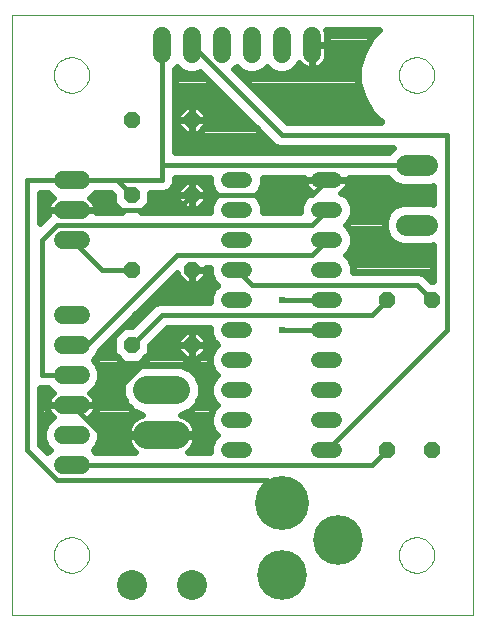
<source format=gbl>
G75*
%MOIN*%
%OFA0B0*%
%FSLAX24Y24*%
%IPPOS*%
%LPD*%
%AMOC8*
5,1,8,0,0,1.08239X$1,22.5*
%
%ADD10C,0.0000*%
%ADD11C,0.0520*%
%ADD12OC8,0.0520*%
%ADD13C,0.0600*%
%ADD14C,0.0705*%
%ADD15C,0.1800*%
%ADD16C,0.1660*%
%ADD17C,0.0945*%
%ADD18C,0.1000*%
%ADD19C,0.0150*%
%ADD20C,0.0240*%
%ADD21C,0.0240*%
D10*
X000100Y000100D02*
X000100Y020096D01*
X015470Y020096D01*
X015470Y000100D01*
X000100Y000100D01*
X001509Y002100D02*
X001511Y002148D01*
X001517Y002196D01*
X001527Y002243D01*
X001540Y002289D01*
X001558Y002334D01*
X001578Y002378D01*
X001603Y002420D01*
X001631Y002459D01*
X001661Y002496D01*
X001695Y002530D01*
X001732Y002562D01*
X001770Y002591D01*
X001811Y002616D01*
X001854Y002638D01*
X001899Y002656D01*
X001945Y002670D01*
X001992Y002681D01*
X002040Y002688D01*
X002088Y002691D01*
X002136Y002690D01*
X002184Y002685D01*
X002232Y002676D01*
X002278Y002664D01*
X002323Y002647D01*
X002367Y002627D01*
X002409Y002604D01*
X002449Y002577D01*
X002487Y002547D01*
X002522Y002514D01*
X002554Y002478D01*
X002584Y002440D01*
X002610Y002399D01*
X002632Y002356D01*
X002652Y002312D01*
X002667Y002267D01*
X002679Y002220D01*
X002687Y002172D01*
X002691Y002124D01*
X002691Y002076D01*
X002687Y002028D01*
X002679Y001980D01*
X002667Y001933D01*
X002652Y001888D01*
X002632Y001844D01*
X002610Y001801D01*
X002584Y001760D01*
X002554Y001722D01*
X002522Y001686D01*
X002487Y001653D01*
X002449Y001623D01*
X002409Y001596D01*
X002367Y001573D01*
X002323Y001553D01*
X002278Y001536D01*
X002232Y001524D01*
X002184Y001515D01*
X002136Y001510D01*
X002088Y001509D01*
X002040Y001512D01*
X001992Y001519D01*
X001945Y001530D01*
X001899Y001544D01*
X001854Y001562D01*
X001811Y001584D01*
X001770Y001609D01*
X001732Y001638D01*
X001695Y001670D01*
X001661Y001704D01*
X001631Y001741D01*
X001603Y001780D01*
X001578Y001822D01*
X001558Y001866D01*
X001540Y001911D01*
X001527Y001957D01*
X001517Y002004D01*
X001511Y002052D01*
X001509Y002100D01*
X013009Y002100D02*
X013011Y002148D01*
X013017Y002196D01*
X013027Y002243D01*
X013040Y002289D01*
X013058Y002334D01*
X013078Y002378D01*
X013103Y002420D01*
X013131Y002459D01*
X013161Y002496D01*
X013195Y002530D01*
X013232Y002562D01*
X013270Y002591D01*
X013311Y002616D01*
X013354Y002638D01*
X013399Y002656D01*
X013445Y002670D01*
X013492Y002681D01*
X013540Y002688D01*
X013588Y002691D01*
X013636Y002690D01*
X013684Y002685D01*
X013732Y002676D01*
X013778Y002664D01*
X013823Y002647D01*
X013867Y002627D01*
X013909Y002604D01*
X013949Y002577D01*
X013987Y002547D01*
X014022Y002514D01*
X014054Y002478D01*
X014084Y002440D01*
X014110Y002399D01*
X014132Y002356D01*
X014152Y002312D01*
X014167Y002267D01*
X014179Y002220D01*
X014187Y002172D01*
X014191Y002124D01*
X014191Y002076D01*
X014187Y002028D01*
X014179Y001980D01*
X014167Y001933D01*
X014152Y001888D01*
X014132Y001844D01*
X014110Y001801D01*
X014084Y001760D01*
X014054Y001722D01*
X014022Y001686D01*
X013987Y001653D01*
X013949Y001623D01*
X013909Y001596D01*
X013867Y001573D01*
X013823Y001553D01*
X013778Y001536D01*
X013732Y001524D01*
X013684Y001515D01*
X013636Y001510D01*
X013588Y001509D01*
X013540Y001512D01*
X013492Y001519D01*
X013445Y001530D01*
X013399Y001544D01*
X013354Y001562D01*
X013311Y001584D01*
X013270Y001609D01*
X013232Y001638D01*
X013195Y001670D01*
X013161Y001704D01*
X013131Y001741D01*
X013103Y001780D01*
X013078Y001822D01*
X013058Y001866D01*
X013040Y001911D01*
X013027Y001957D01*
X013017Y002004D01*
X013011Y002052D01*
X013009Y002100D01*
X013009Y018100D02*
X013011Y018148D01*
X013017Y018196D01*
X013027Y018243D01*
X013040Y018289D01*
X013058Y018334D01*
X013078Y018378D01*
X013103Y018420D01*
X013131Y018459D01*
X013161Y018496D01*
X013195Y018530D01*
X013232Y018562D01*
X013270Y018591D01*
X013311Y018616D01*
X013354Y018638D01*
X013399Y018656D01*
X013445Y018670D01*
X013492Y018681D01*
X013540Y018688D01*
X013588Y018691D01*
X013636Y018690D01*
X013684Y018685D01*
X013732Y018676D01*
X013778Y018664D01*
X013823Y018647D01*
X013867Y018627D01*
X013909Y018604D01*
X013949Y018577D01*
X013987Y018547D01*
X014022Y018514D01*
X014054Y018478D01*
X014084Y018440D01*
X014110Y018399D01*
X014132Y018356D01*
X014152Y018312D01*
X014167Y018267D01*
X014179Y018220D01*
X014187Y018172D01*
X014191Y018124D01*
X014191Y018076D01*
X014187Y018028D01*
X014179Y017980D01*
X014167Y017933D01*
X014152Y017888D01*
X014132Y017844D01*
X014110Y017801D01*
X014084Y017760D01*
X014054Y017722D01*
X014022Y017686D01*
X013987Y017653D01*
X013949Y017623D01*
X013909Y017596D01*
X013867Y017573D01*
X013823Y017553D01*
X013778Y017536D01*
X013732Y017524D01*
X013684Y017515D01*
X013636Y017510D01*
X013588Y017509D01*
X013540Y017512D01*
X013492Y017519D01*
X013445Y017530D01*
X013399Y017544D01*
X013354Y017562D01*
X013311Y017584D01*
X013270Y017609D01*
X013232Y017638D01*
X013195Y017670D01*
X013161Y017704D01*
X013131Y017741D01*
X013103Y017780D01*
X013078Y017822D01*
X013058Y017866D01*
X013040Y017911D01*
X013027Y017957D01*
X013017Y018004D01*
X013011Y018052D01*
X013009Y018100D01*
X001509Y018100D02*
X001511Y018148D01*
X001517Y018196D01*
X001527Y018243D01*
X001540Y018289D01*
X001558Y018334D01*
X001578Y018378D01*
X001603Y018420D01*
X001631Y018459D01*
X001661Y018496D01*
X001695Y018530D01*
X001732Y018562D01*
X001770Y018591D01*
X001811Y018616D01*
X001854Y018638D01*
X001899Y018656D01*
X001945Y018670D01*
X001992Y018681D01*
X002040Y018688D01*
X002088Y018691D01*
X002136Y018690D01*
X002184Y018685D01*
X002232Y018676D01*
X002278Y018664D01*
X002323Y018647D01*
X002367Y018627D01*
X002409Y018604D01*
X002449Y018577D01*
X002487Y018547D01*
X002522Y018514D01*
X002554Y018478D01*
X002584Y018440D01*
X002610Y018399D01*
X002632Y018356D01*
X002652Y018312D01*
X002667Y018267D01*
X002679Y018220D01*
X002687Y018172D01*
X002691Y018124D01*
X002691Y018076D01*
X002687Y018028D01*
X002679Y017980D01*
X002667Y017933D01*
X002652Y017888D01*
X002632Y017844D01*
X002610Y017801D01*
X002584Y017760D01*
X002554Y017722D01*
X002522Y017686D01*
X002487Y017653D01*
X002449Y017623D01*
X002409Y017596D01*
X002367Y017573D01*
X002323Y017553D01*
X002278Y017536D01*
X002232Y017524D01*
X002184Y017515D01*
X002136Y017510D01*
X002088Y017509D01*
X002040Y017512D01*
X001992Y017519D01*
X001945Y017530D01*
X001899Y017544D01*
X001854Y017562D01*
X001811Y017584D01*
X001770Y017609D01*
X001732Y017638D01*
X001695Y017670D01*
X001661Y017704D01*
X001631Y017741D01*
X001603Y017780D01*
X001578Y017822D01*
X001558Y017866D01*
X001540Y017911D01*
X001527Y017957D01*
X001517Y018004D01*
X001511Y018052D01*
X001509Y018100D01*
D11*
X007340Y014600D02*
X007860Y014600D01*
X007860Y013600D02*
X007340Y013600D01*
X007340Y012600D02*
X007860Y012600D01*
X007860Y011600D02*
X007340Y011600D01*
X007340Y010600D02*
X007860Y010600D01*
X007860Y009600D02*
X007340Y009600D01*
X007340Y008600D02*
X007860Y008600D01*
X007860Y007600D02*
X007340Y007600D01*
X007340Y006600D02*
X007860Y006600D01*
X007860Y005600D02*
X007340Y005600D01*
X010340Y005600D02*
X010860Y005600D01*
X010860Y006600D02*
X010340Y006600D01*
X010340Y007600D02*
X010860Y007600D01*
X010860Y008600D02*
X010340Y008600D01*
X010340Y009600D02*
X010860Y009600D01*
X010860Y010600D02*
X010340Y010600D01*
X010340Y011600D02*
X010860Y011600D01*
X010860Y012600D02*
X010340Y012600D01*
X010340Y013600D02*
X010860Y013600D01*
X010860Y014600D02*
X010340Y014600D01*
D12*
X012600Y010600D03*
X014100Y010600D03*
X014100Y005600D03*
X012600Y005600D03*
X006100Y009100D03*
X006100Y011600D03*
X006100Y014100D03*
X004100Y014100D03*
X004100Y011600D03*
X004100Y009100D03*
X004100Y016600D03*
X006100Y016600D03*
D13*
X006100Y018800D02*
X006100Y019400D01*
X007100Y019400D02*
X007100Y018800D01*
X008100Y018800D02*
X008100Y019400D01*
X009100Y019400D02*
X009100Y018800D01*
X010100Y018800D02*
X010100Y019400D01*
X005100Y019400D02*
X005100Y018800D01*
X002400Y014600D02*
X001800Y014600D01*
X001800Y013600D02*
X002400Y013600D01*
X002400Y012600D02*
X001800Y012600D01*
X001800Y010100D02*
X002400Y010100D01*
X002400Y009100D02*
X001800Y009100D01*
X001800Y008100D02*
X002400Y008100D01*
X002400Y007100D02*
X001800Y007100D01*
X001800Y006100D02*
X002400Y006100D01*
X002400Y005100D02*
X001800Y005100D01*
D14*
X013248Y013116D02*
X013953Y013116D01*
X013953Y015084D02*
X013248Y015084D01*
D15*
X009100Y003820D03*
D16*
X009100Y001419D03*
X010990Y002600D03*
D17*
X005573Y006100D02*
X004628Y006100D01*
X004628Y007600D02*
X005573Y007600D01*
D18*
X006100Y001100D03*
X004100Y001100D03*
D19*
X001600Y004600D02*
X000600Y005600D01*
X000600Y014600D01*
X002100Y014600D01*
X003600Y014600D01*
X005100Y014600D01*
X005100Y015100D01*
X013600Y015100D01*
X013600Y015084D01*
X014600Y016100D02*
X009100Y016100D01*
X006100Y019100D01*
X005100Y019100D02*
X005100Y015100D01*
X004100Y014100D02*
X003600Y014600D01*
X002100Y013600D02*
X005600Y013600D01*
X006100Y014100D01*
X010100Y014100D01*
X010600Y014600D01*
X010600Y013600D02*
X010100Y013100D01*
X001600Y013100D01*
X001100Y012600D01*
X001100Y008100D01*
X002100Y008100D01*
X002100Y007100D02*
X002600Y006600D01*
X005100Y009100D01*
X006100Y009100D01*
X005100Y010100D02*
X004100Y009100D01*
X005100Y010100D02*
X012100Y010100D01*
X012600Y010600D01*
X013600Y011100D02*
X014100Y010600D01*
X013600Y011100D02*
X008100Y011100D01*
X007600Y011600D01*
X009100Y010600D02*
X010600Y010600D01*
X010600Y009600D02*
X009100Y009600D01*
X010100Y012100D02*
X005600Y012100D01*
X002600Y009100D01*
X002100Y009100D01*
X003100Y011600D02*
X004100Y011600D01*
X003100Y011600D02*
X002100Y012600D01*
X002600Y006600D02*
X003100Y006100D01*
X005100Y006100D01*
X002100Y005100D02*
X012100Y005100D01*
X012600Y005600D01*
X010600Y005600D02*
X014600Y009600D01*
X014600Y016100D01*
X010600Y012600D02*
X010100Y012100D01*
X008600Y004600D02*
X001600Y004600D01*
X008600Y004600D02*
X009100Y004100D01*
X009100Y003820D01*
D20*
X006926Y006063D02*
X005138Y006063D01*
X005138Y006062D02*
X005138Y006138D01*
X006265Y006138D01*
X006265Y006145D01*
X006253Y006235D01*
X006230Y006323D01*
X006195Y006407D01*
X006150Y006486D01*
X006094Y006558D01*
X006030Y006622D01*
X005958Y006677D01*
X005879Y006722D01*
X005796Y006757D01*
X005746Y006771D01*
X006044Y006894D01*
X006278Y007128D01*
X006405Y007434D01*
X006405Y007766D01*
X006278Y008072D01*
X006044Y008306D01*
X005738Y008432D01*
X004462Y008432D01*
X004156Y008306D01*
X003922Y008072D01*
X003795Y007766D01*
X003795Y007434D01*
X003922Y007128D01*
X004156Y006894D01*
X004454Y006771D01*
X004404Y006757D01*
X004321Y006722D01*
X004242Y006677D01*
X004170Y006622D01*
X004106Y006558D01*
X004050Y006486D01*
X004005Y006407D01*
X003970Y006323D01*
X003947Y006235D01*
X003935Y006145D01*
X003935Y006138D01*
X005062Y006138D01*
X005062Y006062D01*
X003935Y006062D01*
X003935Y006055D01*
X003947Y005965D01*
X003970Y005877D01*
X004005Y005793D01*
X004050Y005714D01*
X004106Y005642D01*
X004170Y005578D01*
X004226Y005535D01*
X002898Y005535D01*
X002833Y005600D01*
X002960Y005726D01*
X003060Y005969D01*
X003060Y006231D01*
X002960Y006474D01*
X002774Y006660D01*
X002713Y006685D01*
X002739Y006703D01*
X002797Y006761D01*
X002845Y006827D01*
X002882Y006900D01*
X002907Y006978D01*
X002920Y007059D01*
X002920Y007100D01*
X002920Y007141D01*
X002907Y007222D01*
X002882Y007300D01*
X002845Y007373D01*
X002797Y007439D01*
X002739Y007497D01*
X002713Y007515D01*
X002774Y007540D01*
X002960Y007726D01*
X003060Y007969D01*
X003060Y008231D01*
X002960Y008474D01*
X002833Y008600D01*
X002960Y008726D01*
X003043Y008928D01*
X005620Y011505D01*
X005620Y011401D01*
X005901Y011120D01*
X006100Y011120D01*
X006299Y011120D01*
X006580Y011401D01*
X006580Y011600D01*
X006580Y011665D01*
X006720Y011665D01*
X006720Y011477D01*
X006814Y011249D01*
X006963Y011100D01*
X006814Y010951D01*
X006720Y010723D01*
X006720Y010535D01*
X005013Y010535D01*
X004854Y010469D01*
X004105Y009720D01*
X003843Y009720D01*
X003480Y009357D01*
X003480Y008843D01*
X003843Y008480D01*
X004357Y008480D01*
X004720Y008843D01*
X004720Y009105D01*
X005280Y009665D01*
X006720Y009665D01*
X006720Y009477D01*
X006814Y009249D01*
X006963Y009100D01*
X006814Y008951D01*
X006720Y008723D01*
X006720Y008477D01*
X006814Y008249D01*
X006963Y008100D01*
X006814Y007951D01*
X006720Y007723D01*
X006720Y007477D01*
X006814Y007249D01*
X006963Y007100D01*
X006814Y006951D01*
X006720Y006723D01*
X006720Y006477D01*
X006814Y006249D01*
X006963Y006100D01*
X006814Y005951D01*
X006720Y005723D01*
X006720Y005535D01*
X005974Y005535D01*
X006030Y005578D01*
X006094Y005642D01*
X006150Y005714D01*
X006195Y005793D01*
X006230Y005877D01*
X006253Y005965D01*
X006265Y006055D01*
X006265Y006062D01*
X005138Y006062D01*
X005062Y006063D02*
X003060Y006063D01*
X003031Y006301D02*
X003964Y006301D01*
X004092Y006540D02*
X002894Y006540D01*
X002809Y006778D02*
X004437Y006778D01*
X004034Y007017D02*
X002913Y007017D01*
X002920Y007100D02*
X002100Y007100D01*
X002920Y007100D01*
X002896Y007255D02*
X003869Y007255D01*
X003795Y007494D02*
X002742Y007494D01*
X002962Y007732D02*
X003795Y007732D01*
X003880Y007971D02*
X003060Y007971D01*
X003060Y008209D02*
X004059Y008209D01*
X003637Y008686D02*
X002919Y008686D01*
X003042Y008925D02*
X003480Y008925D01*
X003480Y009163D02*
X003278Y009163D01*
X003517Y009402D02*
X003525Y009402D01*
X003755Y009640D02*
X003763Y009640D01*
X003994Y009879D02*
X004263Y009879D01*
X004232Y010117D02*
X004502Y010117D01*
X004471Y010356D02*
X004740Y010356D01*
X004709Y010594D02*
X006720Y010594D01*
X006765Y010833D02*
X004948Y010833D01*
X005186Y011071D02*
X006934Y011071D01*
X006789Y011310D02*
X006488Y011310D01*
X006580Y011548D02*
X006720Y011548D01*
X006580Y011600D02*
X006100Y011600D01*
X006580Y011600D01*
X006100Y011600D02*
X006100Y011600D01*
X006100Y011120D01*
X006100Y011600D01*
X006100Y011600D01*
X006100Y011548D02*
X006100Y011548D01*
X006100Y011310D02*
X006100Y011310D01*
X005712Y011310D02*
X005425Y011310D01*
X005255Y009640D02*
X006720Y009640D01*
X006751Y009402D02*
X006477Y009402D01*
X006580Y009299D02*
X006299Y009580D01*
X006100Y009580D01*
X006100Y009100D01*
X006580Y009100D01*
X006580Y009299D01*
X006580Y009163D02*
X006900Y009163D01*
X006803Y008925D02*
X006580Y008925D01*
X006580Y008901D02*
X006580Y009100D01*
X006100Y009100D01*
X006100Y009100D01*
X006100Y009100D01*
X006100Y008620D01*
X006299Y008620D01*
X006580Y008901D01*
X006720Y008686D02*
X006365Y008686D01*
X006100Y008686D02*
X006100Y008686D01*
X006100Y008620D02*
X006100Y009100D01*
X006100Y009100D01*
X006100Y009100D01*
X005620Y009100D01*
X005620Y009299D01*
X005901Y009580D01*
X006100Y009580D01*
X006100Y009100D01*
X005620Y009100D01*
X005620Y008901D01*
X005901Y008620D01*
X006100Y008620D01*
X005835Y008686D02*
X004563Y008686D01*
X004720Y008925D02*
X005620Y008925D01*
X005620Y009163D02*
X004778Y009163D01*
X005017Y009402D02*
X005723Y009402D01*
X006100Y009402D02*
X006100Y009402D01*
X006100Y009163D02*
X006100Y009163D01*
X006100Y008925D02*
X006100Y008925D01*
X006141Y008209D02*
X006854Y008209D01*
X006834Y007971D02*
X006320Y007971D01*
X006405Y007732D02*
X006724Y007732D01*
X006720Y007494D02*
X006405Y007494D01*
X006331Y007255D02*
X006812Y007255D01*
X006880Y007017D02*
X006166Y007017D01*
X005763Y006778D02*
X006743Y006778D01*
X006720Y006540D02*
X006108Y006540D01*
X006236Y006301D02*
X006793Y006301D01*
X006762Y005824D02*
X006208Y005824D01*
X006037Y005586D02*
X006720Y005586D01*
X006732Y008448D02*
X002970Y008448D01*
X002100Y007100D02*
X002100Y007100D01*
X002100Y007100D01*
X001280Y007100D01*
X001280Y007141D01*
X001293Y007222D01*
X001318Y007300D01*
X001355Y007373D01*
X001403Y007439D01*
X001461Y007497D01*
X001487Y007515D01*
X001426Y007540D01*
X001302Y007665D01*
X001035Y007665D01*
X001035Y005780D01*
X001291Y005524D01*
X001367Y005600D01*
X001240Y005726D01*
X001140Y005969D01*
X001140Y006231D01*
X001240Y006474D01*
X001426Y006660D01*
X001487Y006685D01*
X001461Y006703D01*
X001403Y006761D01*
X001355Y006827D01*
X001318Y006900D01*
X001293Y006978D01*
X001280Y007059D01*
X001280Y007100D01*
X002100Y007100D01*
X001458Y007494D02*
X001035Y007494D01*
X001035Y007255D02*
X001304Y007255D01*
X001287Y007017D02*
X001035Y007017D01*
X001035Y006778D02*
X001391Y006778D01*
X001306Y006540D02*
X001035Y006540D01*
X001035Y006301D02*
X001169Y006301D01*
X001140Y006063D02*
X001035Y006063D01*
X001035Y005824D02*
X001200Y005824D01*
X001230Y005586D02*
X001352Y005586D01*
X002848Y005586D02*
X004163Y005586D01*
X003992Y005824D02*
X003000Y005824D01*
X001035Y013150D02*
X001035Y014165D01*
X001302Y014165D01*
X001426Y014040D01*
X001487Y014015D01*
X001461Y013997D01*
X001403Y013939D01*
X001355Y013873D01*
X001318Y013800D01*
X001293Y013722D01*
X001280Y013641D01*
X001280Y013600D01*
X002100Y013600D01*
X002920Y013600D01*
X002920Y013641D01*
X002907Y013722D01*
X002882Y013800D01*
X002845Y013873D01*
X002797Y013939D01*
X002739Y013997D01*
X002713Y014015D01*
X002774Y014040D01*
X002898Y014165D01*
X003420Y014165D01*
X003480Y014105D01*
X003480Y013843D01*
X003788Y013535D01*
X002916Y013535D01*
X002920Y013559D01*
X002920Y013600D01*
X002100Y013600D01*
X002100Y013600D01*
X002100Y013600D01*
X001280Y013600D01*
X001280Y013559D01*
X001293Y013478D01*
X001310Y013425D01*
X001035Y013150D01*
X001035Y013218D02*
X001102Y013218D01*
X001035Y013456D02*
X001300Y013456D01*
X001288Y013695D02*
X001035Y013695D01*
X001035Y013933D02*
X001399Y013933D01*
X002801Y013933D02*
X003480Y013933D01*
X003629Y013695D02*
X002912Y013695D01*
X004412Y013535D02*
X004720Y013843D01*
X004720Y014165D01*
X005187Y014165D01*
X005346Y014231D01*
X005469Y014354D01*
X005535Y014513D01*
X005535Y014665D01*
X006720Y014665D01*
X006720Y014477D01*
X006814Y014249D01*
X006963Y014100D01*
X006814Y013951D01*
X006720Y013723D01*
X006720Y013535D01*
X004412Y013535D01*
X004571Y013695D02*
X005827Y013695D01*
X005901Y013620D02*
X006100Y013620D01*
X006299Y013620D01*
X006580Y013901D01*
X006580Y014100D01*
X006580Y014299D01*
X006299Y014580D01*
X006100Y014580D01*
X006100Y014100D01*
X006580Y014100D01*
X006100Y014100D01*
X006100Y014100D01*
X006100Y014100D01*
X006100Y013620D01*
X006100Y014100D01*
X006100Y014100D01*
X006100Y014100D01*
X005620Y014100D01*
X005620Y014299D01*
X005901Y014580D01*
X006100Y014580D01*
X006100Y014100D01*
X005620Y014100D01*
X005620Y013901D01*
X005901Y013620D01*
X005620Y013933D02*
X004720Y013933D01*
X005202Y014172D02*
X005620Y014172D01*
X005731Y014410D02*
X005492Y014410D01*
X005535Y014649D02*
X006720Y014649D01*
X006748Y014410D02*
X006469Y014410D01*
X006580Y014172D02*
X006892Y014172D01*
X006807Y013933D02*
X006580Y013933D01*
X006720Y013695D02*
X006373Y013695D01*
X006100Y013695D02*
X006100Y013695D01*
X006100Y013933D02*
X006100Y013933D01*
X006100Y014172D02*
X006100Y014172D01*
X006100Y014410D02*
X006100Y014410D01*
X005535Y015535D02*
X005535Y018302D01*
X005600Y018367D01*
X005726Y018240D01*
X005969Y018140D01*
X006231Y018140D01*
X006382Y018203D01*
X008854Y015731D01*
X009013Y015665D01*
X012821Y015665D01*
X012691Y015535D01*
X005535Y015535D01*
X005535Y015603D02*
X012758Y015603D01*
X012431Y016535D02*
X009280Y016535D01*
X007524Y018291D01*
X007600Y018367D01*
X007726Y018240D01*
X007969Y018140D01*
X008231Y018140D01*
X008474Y018240D01*
X008600Y018367D01*
X008726Y018240D01*
X008969Y018140D01*
X009231Y018140D01*
X009474Y018240D01*
X009660Y018426D01*
X009685Y018487D01*
X009703Y018461D01*
X009761Y018403D01*
X009827Y018355D01*
X009900Y018318D01*
X009978Y018293D01*
X010059Y018280D01*
X010100Y018280D01*
X010141Y018280D01*
X010222Y018293D01*
X010300Y018318D01*
X010373Y018355D01*
X010439Y018403D01*
X010497Y018461D01*
X010545Y018527D01*
X010582Y018600D01*
X010607Y018678D01*
X010620Y018759D01*
X010620Y019100D01*
X010620Y019441D01*
X010607Y019522D01*
X010582Y019600D01*
X012361Y019600D01*
X012080Y019337D01*
X012080Y019337D01*
X011802Y018881D01*
X011802Y018881D01*
X011658Y018367D01*
X011658Y017833D01*
X011802Y017319D01*
X012080Y016863D01*
X012431Y016535D01*
X012408Y016557D02*
X009259Y016557D01*
X009020Y016795D02*
X012152Y016795D01*
X012080Y016863D02*
X012080Y016863D01*
X011976Y017034D02*
X008782Y017034D01*
X008543Y017272D02*
X011831Y017272D01*
X011802Y017319D02*
X011802Y017319D01*
X011749Y017511D02*
X008305Y017511D01*
X008066Y017749D02*
X011682Y017749D01*
X011658Y017988D02*
X007828Y017988D01*
X007761Y018226D02*
X007589Y018226D01*
X007074Y017511D02*
X005535Y017511D01*
X005535Y017749D02*
X006836Y017749D01*
X006597Y017988D02*
X005535Y017988D01*
X005535Y018226D02*
X005761Y018226D01*
X005535Y017272D02*
X007313Y017272D01*
X007551Y017034D02*
X006345Y017034D01*
X006299Y017080D02*
X006100Y017080D01*
X006100Y016600D01*
X006580Y016600D01*
X006580Y016799D01*
X006299Y017080D01*
X006100Y017080D02*
X005901Y017080D01*
X005620Y016799D01*
X005620Y016600D01*
X006100Y016600D01*
X006100Y016600D01*
X006100Y016600D01*
X006580Y016600D01*
X006580Y016401D01*
X006299Y016120D01*
X006100Y016120D01*
X006100Y016600D01*
X006100Y016600D01*
X006100Y016600D01*
X006100Y017080D01*
X006100Y017034D02*
X006100Y017034D01*
X006100Y016795D02*
X006100Y016795D01*
X006100Y016600D02*
X005620Y016600D01*
X005620Y016401D01*
X005901Y016120D01*
X006100Y016120D01*
X006100Y016600D01*
X006100Y016557D02*
X006100Y016557D01*
X006100Y016318D02*
X006100Y016318D01*
X006497Y016318D02*
X008267Y016318D01*
X008505Y016080D02*
X005535Y016080D01*
X005535Y016318D02*
X005703Y016318D01*
X005620Y016557D02*
X005535Y016557D01*
X005535Y016795D02*
X005620Y016795D01*
X005535Y017034D02*
X005855Y017034D01*
X006580Y016795D02*
X007790Y016795D01*
X008028Y016557D02*
X006580Y016557D01*
X005535Y015841D02*
X008744Y015841D01*
X008480Y014665D02*
X009864Y014665D01*
X009860Y014638D01*
X009860Y014600D01*
X010600Y014600D01*
X011340Y014600D01*
X011340Y014638D01*
X011336Y014665D01*
X012659Y014665D01*
X012844Y014480D01*
X013106Y014372D01*
X014094Y014372D01*
X014165Y014401D01*
X014165Y013799D01*
X014094Y013828D01*
X013106Y013828D01*
X012844Y013720D01*
X012643Y013519D01*
X012535Y013257D01*
X012535Y012974D01*
X012643Y012712D01*
X012844Y012512D01*
X013106Y012403D01*
X014094Y012403D01*
X014165Y012433D01*
X014165Y011220D01*
X014095Y011220D01*
X013846Y011469D01*
X013687Y011535D01*
X011480Y011535D01*
X011480Y011723D01*
X011386Y011951D01*
X011237Y012100D01*
X011386Y012249D01*
X011480Y012477D01*
X011480Y012723D01*
X011386Y012951D01*
X011237Y013100D01*
X011386Y013249D01*
X011480Y013477D01*
X011480Y013723D01*
X011386Y013951D01*
X011211Y014126D01*
X011087Y014177D01*
X011112Y014189D01*
X011173Y014234D01*
X011226Y014287D01*
X011271Y014348D01*
X011305Y014416D01*
X011328Y014488D01*
X011340Y014562D01*
X011340Y014600D01*
X010600Y014600D01*
X010600Y014600D01*
X010600Y014600D01*
X009860Y014600D01*
X009860Y014562D01*
X009872Y014488D01*
X009895Y014416D01*
X009929Y014348D01*
X009974Y014287D01*
X010027Y014234D01*
X010088Y014189D01*
X010113Y014177D01*
X009989Y014126D01*
X009814Y013951D01*
X009720Y013723D01*
X009720Y013535D01*
X008480Y013535D01*
X008480Y013723D01*
X008386Y013951D01*
X008237Y014100D01*
X008386Y014249D01*
X008480Y014477D01*
X008480Y014665D01*
X008480Y014649D02*
X009862Y014649D01*
X009898Y014410D02*
X008452Y014410D01*
X008308Y014172D02*
X010100Y014172D01*
X009807Y013933D02*
X008393Y013933D01*
X008480Y013695D02*
X009720Y013695D01*
X011100Y014172D02*
X014165Y014172D01*
X014165Y013933D02*
X011393Y013933D01*
X011480Y013695D02*
X012819Y013695D01*
X012617Y013456D02*
X011471Y013456D01*
X011354Y013218D02*
X012535Y013218D01*
X012535Y012979D02*
X011358Y012979D01*
X011473Y012741D02*
X012632Y012741D01*
X012867Y012502D02*
X011480Y012502D01*
X011392Y012264D02*
X014165Y012264D01*
X014165Y012025D02*
X011312Y012025D01*
X011454Y011787D02*
X014165Y011787D01*
X014165Y011548D02*
X011480Y011548D01*
X011302Y014410D02*
X013013Y014410D01*
X012676Y014649D02*
X011338Y014649D01*
X014006Y011310D02*
X014165Y011310D01*
X011658Y018226D02*
X009439Y018226D01*
X009675Y018465D02*
X009701Y018465D01*
X010100Y018465D02*
X010100Y018465D01*
X010100Y018280D02*
X010100Y019100D01*
X010620Y019100D01*
X010100Y019100D01*
X010100Y019100D01*
X010100Y019100D01*
X010100Y018280D01*
X010100Y018703D02*
X010100Y018703D01*
X010100Y018942D02*
X010100Y018942D01*
X010499Y018465D02*
X011686Y018465D01*
X011752Y018703D02*
X010611Y018703D01*
X010620Y018942D02*
X011839Y018942D01*
X011984Y019180D02*
X010620Y019180D01*
X010620Y019419D02*
X012167Y019419D01*
X010582Y019600D02*
X010582Y019600D01*
X008761Y018226D02*
X008439Y018226D01*
D21*
X009100Y010600D03*
X009100Y009600D03*
M02*

</source>
